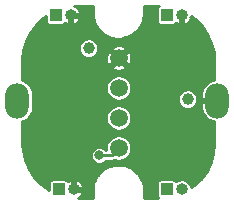
<source format=gbr>
G04 #@! TF.GenerationSoftware,KiCad,Pcbnew,5.1.8*
G04 #@! TF.CreationDate,2020-11-15T22:35:16+01:00*
G04 #@! TF.ProjectId,charging,63686172-6769-46e6-972e-6b696361645f,rev?*
G04 #@! TF.SameCoordinates,PX2fb84f0PY2fb84f0*
G04 #@! TF.FileFunction,Copper,L2,Bot*
G04 #@! TF.FilePolarity,Positive*
%FSLAX46Y46*%
G04 Gerber Fmt 4.6, Leading zero omitted, Abs format (unit mm)*
G04 Created by KiCad (PCBNEW 5.1.8) date 2020-11-15 22:35:16*
%MOMM*%
%LPD*%
G01*
G04 APERTURE LIST*
G04 #@! TA.AperFunction,ComponentPad*
%ADD10O,1.000000X1.000000*%
G04 #@! TD*
G04 #@! TA.AperFunction,ComponentPad*
%ADD11R,1.000000X1.000000*%
G04 #@! TD*
G04 #@! TA.AperFunction,ComponentPad*
%ADD12O,2.000000X3.000000*%
G04 #@! TD*
G04 #@! TA.AperFunction,ComponentPad*
%ADD13C,1.000000*%
G04 #@! TD*
G04 #@! TA.AperFunction,ComponentPad*
%ADD14C,1.500000*%
G04 #@! TD*
G04 #@! TA.AperFunction,ViaPad*
%ADD15C,0.800000*%
G04 #@! TD*
G04 #@! TA.AperFunction,Conductor*
%ADD16C,0.250000*%
G04 #@! TD*
G04 #@! TA.AperFunction,Conductor*
%ADD17C,0.254000*%
G04 #@! TD*
G04 #@! TA.AperFunction,Conductor*
%ADD18C,0.100000*%
G04 #@! TD*
G04 APERTURE END LIST*
D10*
X5334000Y-7366000D03*
D11*
X4064000Y-7366000D03*
D10*
X5334000Y7366000D03*
D11*
X4064000Y7366000D03*
D10*
X-4064000Y7366000D03*
D11*
X-5334000Y7366000D03*
D10*
X-3810000Y-7366000D03*
D11*
X-5080000Y-7366000D03*
D12*
X8323000Y127000D03*
X-8577000Y127000D03*
D13*
X-2540000Y4572000D03*
X5842000Y254000D03*
D14*
X0Y3720000D03*
X0Y1180000D03*
X0Y-1360000D03*
X0Y-3900000D03*
D15*
X1129405Y-367405D03*
X2032000Y-4318000D03*
X-1647882Y-4502474D03*
D16*
X0Y-3900000D02*
X-602474Y-4502474D01*
X-602474Y-4502474D02*
X-1647882Y-4502474D01*
D17*
X-2212220Y7419481D02*
X-2206765Y7364095D01*
X-2206406Y7362910D01*
X-2191674Y7222745D01*
X-2186639Y7198215D01*
X-2183145Y7173406D01*
X-2181870Y7168299D01*
X-2094415Y6828060D01*
X-2082726Y6795971D01*
X-2071474Y6763688D01*
X-2069234Y6758932D01*
X-2069232Y6758927D01*
X-2069231Y6758926D01*
X-1917355Y6442153D01*
X-1899646Y6412930D01*
X-1882348Y6383465D01*
X-1879224Y6379229D01*
X-1668713Y6097989D01*
X-1645674Y6072771D01*
X-1622973Y6047217D01*
X-1619085Y6043668D01*
X-1357957Y5808674D01*
X-1330465Y5788416D01*
X-1303226Y5767753D01*
X-1298723Y5765027D01*
X-996923Y5585227D01*
X-966003Y5570687D01*
X-935286Y5555716D01*
X-930339Y5553916D01*
X-599364Y5436161D01*
X-566217Y5427907D01*
X-533170Y5419185D01*
X-527968Y5418381D01*
X-180425Y5367155D01*
X-146336Y5365497D01*
X-112194Y5363358D01*
X-106935Y5363580D01*
X243940Y5380834D01*
X277731Y5385833D01*
X311610Y5390363D01*
X316726Y5391602D01*
X657568Y5476680D01*
X689760Y5488153D01*
X722096Y5499171D01*
X726875Y5501380D01*
X1044699Y5651040D01*
X1074023Y5668532D01*
X1103631Y5685637D01*
X1107889Y5688732D01*
X1390592Y5897275D01*
X1415963Y5920131D01*
X1441682Y5942659D01*
X1445257Y5946522D01*
X1682069Y6206003D01*
X1702514Y6233347D01*
X1723371Y6260446D01*
X1726128Y6264930D01*
X1908031Y6565467D01*
X1922769Y6596248D01*
X1937972Y6626896D01*
X1939805Y6631831D01*
X2059869Y6961975D01*
X2068362Y6995089D01*
X2077307Y7028049D01*
X2078147Y7033246D01*
X2127727Y7354079D01*
X2130765Y7364095D01*
X2136220Y7419481D01*
X2136220Y8161000D01*
X3422224Y8161000D01*
X3381450Y8139206D01*
X3331657Y8098343D01*
X3290794Y8048550D01*
X3260430Y7991743D01*
X3241732Y7930103D01*
X3235418Y7866000D01*
X3235418Y6866000D01*
X3241732Y6801897D01*
X3260430Y6740257D01*
X3290794Y6683450D01*
X3331657Y6633657D01*
X3381450Y6592794D01*
X3438257Y6562430D01*
X3499897Y6543732D01*
X3564000Y6537418D01*
X4564000Y6537418D01*
X4628103Y6543732D01*
X4689743Y6562430D01*
X4746550Y6592794D01*
X4796343Y6633657D01*
X4837206Y6683450D01*
X4846577Y6700981D01*
X4956409Y6630223D01*
X5080727Y6578738D01*
X5207000Y6631651D01*
X5207000Y7239000D01*
X5187000Y7239000D01*
X5187000Y7493000D01*
X5207000Y7493000D01*
X5207000Y7513000D01*
X5461000Y7513000D01*
X5461000Y7493000D01*
X5481000Y7493000D01*
X5481000Y7239000D01*
X5461000Y7239000D01*
X5461000Y6631651D01*
X5587273Y6578738D01*
X5711591Y6630223D01*
X5847879Y6718025D01*
X5964419Y6830729D01*
X6056732Y6964003D01*
X6121271Y7112725D01*
X6069450Y7238998D01*
X6161000Y7238998D01*
X6161000Y7266961D01*
X6481782Y7036456D01*
X7053578Y6446409D01*
X7511852Y5764425D01*
X7842114Y5012069D01*
X8034619Y4210228D01*
X8085000Y3524170D01*
X8085000Y1890667D01*
X7990928Y1911779D01*
X7932512Y1901589D01*
X7691355Y1800918D01*
X7474472Y1655134D01*
X7290197Y1469839D01*
X7145612Y1252154D01*
X7046274Y1010445D01*
X6996000Y754000D01*
X6996000Y254000D01*
X8085000Y254000D01*
X8085001Y0D01*
X6996000Y0D01*
X6996000Y-500000D01*
X7046274Y-756445D01*
X7145612Y-998154D01*
X7290197Y-1215839D01*
X7474472Y-1401134D01*
X7691355Y-1546918D01*
X7932512Y-1647589D01*
X7990928Y-1657779D01*
X8085001Y-1636667D01*
X8085001Y-3445194D01*
X8010462Y-4280396D01*
X7793651Y-5072923D01*
X7439920Y-5814536D01*
X6960456Y-6481782D01*
X6370406Y-7053581D01*
X6145164Y-7204937D01*
X6129218Y-7124773D01*
X6066877Y-6974269D01*
X5976372Y-6838819D01*
X5861181Y-6723628D01*
X5725731Y-6633123D01*
X5575227Y-6570782D01*
X5415452Y-6539000D01*
X5252548Y-6539000D01*
X5092773Y-6570782D01*
X4942269Y-6633123D01*
X4845033Y-6698094D01*
X4837206Y-6683450D01*
X4796343Y-6633657D01*
X4746550Y-6592794D01*
X4689743Y-6562430D01*
X4628103Y-6543732D01*
X4564000Y-6537418D01*
X3564000Y-6537418D01*
X3499897Y-6543732D01*
X3438257Y-6562430D01*
X3381450Y-6592794D01*
X3331657Y-6633657D01*
X3290794Y-6683450D01*
X3260430Y-6740257D01*
X3241732Y-6801897D01*
X3235418Y-6866000D01*
X3235418Y-7866000D01*
X3241732Y-7930103D01*
X3260430Y-7991743D01*
X3290794Y-8048550D01*
X3320707Y-8085000D01*
X2136220Y-8085000D01*
X2136220Y-7343481D01*
X2130765Y-7288095D01*
X2130404Y-7286905D01*
X2115673Y-7146746D01*
X2110638Y-7122217D01*
X2107144Y-7097406D01*
X2105869Y-7092299D01*
X2018414Y-6752060D01*
X2006717Y-6719949D01*
X1995473Y-6687689D01*
X1993233Y-6682932D01*
X1993231Y-6682927D01*
X1993229Y-6682923D01*
X1841354Y-6366154D01*
X1823658Y-6336952D01*
X1806347Y-6307465D01*
X1803222Y-6303228D01*
X1592711Y-6021989D01*
X1569676Y-5996776D01*
X1546972Y-5971218D01*
X1543084Y-5967669D01*
X1281956Y-5732674D01*
X1254452Y-5712408D01*
X1227226Y-5691754D01*
X1222723Y-5689028D01*
X920923Y-5509228D01*
X890018Y-5494695D01*
X859287Y-5479717D01*
X854343Y-5477920D01*
X854340Y-5477918D01*
X854337Y-5477917D01*
X523364Y-5360162D01*
X490210Y-5351905D01*
X457170Y-5343186D01*
X451968Y-5342382D01*
X104425Y-5291156D01*
X70336Y-5289498D01*
X36194Y-5287359D01*
X30935Y-5287581D01*
X-319940Y-5304835D01*
X-353731Y-5309834D01*
X-387610Y-5314364D01*
X-392726Y-5315603D01*
X-733567Y-5400681D01*
X-765769Y-5412157D01*
X-798095Y-5423172D01*
X-802870Y-5425379D01*
X-802878Y-5425383D01*
X-1120698Y-5575041D01*
X-1150019Y-5592530D01*
X-1179630Y-5609637D01*
X-1183889Y-5612732D01*
X-1466591Y-5821275D01*
X-1491962Y-5844131D01*
X-1517681Y-5866659D01*
X-1521257Y-5870522D01*
X-1758069Y-6130004D01*
X-1778514Y-6157348D01*
X-1799371Y-6184447D01*
X-1802128Y-6188931D01*
X-1984030Y-6489467D01*
X-1998775Y-6520263D01*
X-2013971Y-6550897D01*
X-2015805Y-6555831D01*
X-2135868Y-6885976D01*
X-2144356Y-6919074D01*
X-2153306Y-6952050D01*
X-2154146Y-6957247D01*
X-2203724Y-7278068D01*
X-2206766Y-7288096D01*
X-2212221Y-7343482D01*
X-2212220Y-8085000D01*
X-3406367Y-8085000D01*
X-3296121Y-8013975D01*
X-3179581Y-7901271D01*
X-3087268Y-7767997D01*
X-3022729Y-7619275D01*
X-3074551Y-7493000D01*
X-3683000Y-7493000D01*
X-3683000Y-7513000D01*
X-3937000Y-7513000D01*
X-3937000Y-7493000D01*
X-3957000Y-7493000D01*
X-3957000Y-7239000D01*
X-3937000Y-7239000D01*
X-3937000Y-6631651D01*
X-3683000Y-6631651D01*
X-3683000Y-7239000D01*
X-3074551Y-7239000D01*
X-3022729Y-7112725D01*
X-3087268Y-6964003D01*
X-3179581Y-6830729D01*
X-3296121Y-6718025D01*
X-3432409Y-6630223D01*
X-3556727Y-6578738D01*
X-3683000Y-6631651D01*
X-3937000Y-6631651D01*
X-4063273Y-6578738D01*
X-4187591Y-6630223D01*
X-4297423Y-6700981D01*
X-4306794Y-6683450D01*
X-4347657Y-6633657D01*
X-4397450Y-6592794D01*
X-4454257Y-6562430D01*
X-4515897Y-6543732D01*
X-4580000Y-6537418D01*
X-5580000Y-6537418D01*
X-5644103Y-6543732D01*
X-5705743Y-6562430D01*
X-5762550Y-6592794D01*
X-5812343Y-6633657D01*
X-5853206Y-6683450D01*
X-5883570Y-6740257D01*
X-5902268Y-6801897D01*
X-5908582Y-6866000D01*
X-5908582Y-7426952D01*
X-6557782Y-6960456D01*
X-7129581Y-6370406D01*
X-7587852Y-5688425D01*
X-7918113Y-4936071D01*
X-8039400Y-4430871D01*
X-2374882Y-4430871D01*
X-2374882Y-4574077D01*
X-2346944Y-4714532D01*
X-2292141Y-4846838D01*
X-2212580Y-4965910D01*
X-2111318Y-5067172D01*
X-1992246Y-5146733D01*
X-1859940Y-5201536D01*
X-1719485Y-5229474D01*
X-1576279Y-5229474D01*
X-1435824Y-5201536D01*
X-1303518Y-5146733D01*
X-1184446Y-5067172D01*
X-1083184Y-4965910D01*
X-1075543Y-4954474D01*
X-624679Y-4954474D01*
X-602474Y-4956661D01*
X-580269Y-4954474D01*
X-513867Y-4947934D01*
X-428664Y-4922088D01*
X-392921Y-4902983D01*
X-314149Y-4935611D01*
X-106075Y-4977000D01*
X106075Y-4977000D01*
X314149Y-4935611D01*
X510151Y-4854425D01*
X686547Y-4736560D01*
X836560Y-4586547D01*
X954425Y-4410151D01*
X1035611Y-4214149D01*
X1077000Y-4006075D01*
X1077000Y-3793925D01*
X1035611Y-3585851D01*
X954425Y-3389849D01*
X836560Y-3213453D01*
X686547Y-3063440D01*
X510151Y-2945575D01*
X314149Y-2864389D01*
X106075Y-2823000D01*
X-106075Y-2823000D01*
X-314149Y-2864389D01*
X-510151Y-2945575D01*
X-686547Y-3063440D01*
X-836560Y-3213453D01*
X-954425Y-3389849D01*
X-1035611Y-3585851D01*
X-1077000Y-3793925D01*
X-1077000Y-4006075D01*
X-1068168Y-4050474D01*
X-1075543Y-4050474D01*
X-1083184Y-4039038D01*
X-1184446Y-3937776D01*
X-1303518Y-3858215D01*
X-1435824Y-3803412D01*
X-1576279Y-3775474D01*
X-1719485Y-3775474D01*
X-1859940Y-3803412D01*
X-1992246Y-3858215D01*
X-2111318Y-3937776D01*
X-2212580Y-4039038D01*
X-2292141Y-4158110D01*
X-2346944Y-4290416D01*
X-2374882Y-4430871D01*
X-8039400Y-4430871D01*
X-8110619Y-4134227D01*
X-8161000Y-3448170D01*
X-8161000Y-1633518D01*
X-8066722Y-1604919D01*
X-7836192Y-1481698D01*
X-7634130Y-1315870D01*
X-7583294Y-1253925D01*
X-1077000Y-1253925D01*
X-1077000Y-1466075D01*
X-1035611Y-1674149D01*
X-954425Y-1870151D01*
X-836560Y-2046547D01*
X-686547Y-2196560D01*
X-510151Y-2314425D01*
X-314149Y-2395611D01*
X-106075Y-2437000D01*
X106075Y-2437000D01*
X314149Y-2395611D01*
X510151Y-2314425D01*
X686547Y-2196560D01*
X836560Y-2046547D01*
X954425Y-1870151D01*
X1035611Y-1674149D01*
X1077000Y-1466075D01*
X1077000Y-1253925D01*
X1035611Y-1045851D01*
X954425Y-849849D01*
X836560Y-673453D01*
X686547Y-523440D01*
X510151Y-405575D01*
X314149Y-324389D01*
X106075Y-283000D01*
X-106075Y-283000D01*
X-314149Y-324389D01*
X-510151Y-405575D01*
X-686547Y-523440D01*
X-836560Y-673453D01*
X-954425Y-849849D01*
X-1035611Y-1045851D01*
X-1077000Y-1253925D01*
X-7583294Y-1253925D01*
X-7468302Y-1113808D01*
X-7345081Y-883278D01*
X-7269201Y-633137D01*
X-7250000Y-438184D01*
X-7250000Y692184D01*
X-7269201Y887137D01*
X-7345081Y1137278D01*
X-7424614Y1286075D01*
X-1077000Y1286075D01*
X-1077000Y1073925D01*
X-1035611Y865851D01*
X-954425Y669849D01*
X-836560Y493453D01*
X-686547Y343440D01*
X-510151Y225575D01*
X-314149Y144389D01*
X-106075Y103000D01*
X106075Y103000D01*
X314149Y144389D01*
X510151Y225575D01*
X674592Y335452D01*
X5015000Y335452D01*
X5015000Y172548D01*
X5046782Y12773D01*
X5109123Y-137731D01*
X5199628Y-273181D01*
X5314819Y-388372D01*
X5450269Y-478877D01*
X5600773Y-541218D01*
X5760548Y-573000D01*
X5923452Y-573000D01*
X6083227Y-541218D01*
X6233731Y-478877D01*
X6369181Y-388372D01*
X6484372Y-273181D01*
X6574877Y-137731D01*
X6637218Y12773D01*
X6669000Y172548D01*
X6669000Y335452D01*
X6637218Y495227D01*
X6574877Y645731D01*
X6484372Y781181D01*
X6369181Y896372D01*
X6233731Y986877D01*
X6083227Y1049218D01*
X5923452Y1081000D01*
X5760548Y1081000D01*
X5600773Y1049218D01*
X5450269Y986877D01*
X5314819Y896372D01*
X5199628Y781181D01*
X5109123Y645731D01*
X5046782Y495227D01*
X5015000Y335452D01*
X674592Y335452D01*
X686547Y343440D01*
X836560Y493453D01*
X954425Y669849D01*
X1035611Y865851D01*
X1077000Y1073925D01*
X1077000Y1286075D01*
X1035611Y1494149D01*
X954425Y1690151D01*
X836560Y1866547D01*
X686547Y2016560D01*
X510151Y2134425D01*
X314149Y2215611D01*
X106075Y2257000D01*
X-106075Y2257000D01*
X-314149Y2215611D01*
X-510151Y2134425D01*
X-686547Y2016560D01*
X-836560Y1866547D01*
X-954425Y1690151D01*
X-1035611Y1494149D01*
X-1077000Y1286075D01*
X-7424614Y1286075D01*
X-7468302Y1367808D01*
X-7634130Y1569870D01*
X-7836193Y1735698D01*
X-8066723Y1858919D01*
X-8161000Y1887518D01*
X-8161000Y2928488D01*
X-611907Y2928488D01*
X-528967Y2775874D01*
X-334613Y2690819D01*
X-127400Y2645314D01*
X84709Y2641109D01*
X293562Y2678366D01*
X491134Y2755652D01*
X528967Y2775874D01*
X611907Y2928488D01*
X0Y3540395D01*
X-611907Y2928488D01*
X-8161000Y2928488D01*
X-8161000Y3521216D01*
X-8150820Y3635291D01*
X-1078891Y3635291D01*
X-1041634Y3426438D01*
X-964348Y3228866D01*
X-944126Y3191033D01*
X-791512Y3108093D01*
X-179605Y3720000D01*
X179605Y3720000D01*
X791512Y3108093D01*
X944126Y3191033D01*
X1029181Y3385387D01*
X1074686Y3592600D01*
X1078891Y3804709D01*
X1041634Y4013562D01*
X964348Y4211134D01*
X944126Y4248967D01*
X791512Y4331907D01*
X179605Y3720000D01*
X-179605Y3720000D01*
X-791512Y4331907D01*
X-944126Y4248967D01*
X-1029181Y4054613D01*
X-1074686Y3847400D01*
X-1078891Y3635291D01*
X-8150820Y3635291D01*
X-8086462Y4356396D01*
X-8005197Y4653452D01*
X-3367000Y4653452D01*
X-3367000Y4490548D01*
X-3335218Y4330773D01*
X-3272877Y4180269D01*
X-3182372Y4044819D01*
X-3067181Y3929628D01*
X-2931731Y3839123D01*
X-2781227Y3776782D01*
X-2621452Y3745000D01*
X-2458548Y3745000D01*
X-2298773Y3776782D01*
X-2148269Y3839123D01*
X-2012819Y3929628D01*
X-1897628Y4044819D01*
X-1807123Y4180269D01*
X-1744782Y4330773D01*
X-1713000Y4490548D01*
X-1713000Y4511512D01*
X-611907Y4511512D01*
X0Y3899605D01*
X611907Y4511512D01*
X528967Y4664126D01*
X334613Y4749181D01*
X127400Y4794686D01*
X-84709Y4798891D01*
X-293562Y4761634D01*
X-491134Y4684348D01*
X-528967Y4664126D01*
X-611907Y4511512D01*
X-1713000Y4511512D01*
X-1713000Y4653452D01*
X-1744782Y4813227D01*
X-1807123Y4963731D01*
X-1897628Y5099181D01*
X-2012819Y5214372D01*
X-2148269Y5304877D01*
X-2298773Y5367218D01*
X-2458548Y5399000D01*
X-2621452Y5399000D01*
X-2781227Y5367218D01*
X-2931731Y5304877D01*
X-3067181Y5214372D01*
X-3182372Y5099181D01*
X-3272877Y4963731D01*
X-3335218Y4813227D01*
X-3367000Y4653452D01*
X-8005197Y4653452D01*
X-7869651Y5148924D01*
X-7515918Y5890540D01*
X-7036456Y6557782D01*
X-6446409Y7129578D01*
X-6162582Y7320302D01*
X-6162582Y6866000D01*
X-6156268Y6801897D01*
X-6137570Y6740257D01*
X-6107206Y6683450D01*
X-6066343Y6633657D01*
X-6016550Y6592794D01*
X-5959743Y6562430D01*
X-5898103Y6543732D01*
X-5834000Y6537418D01*
X-4834000Y6537418D01*
X-4769897Y6543732D01*
X-4708257Y6562430D01*
X-4651450Y6592794D01*
X-4601657Y6633657D01*
X-4560794Y6683450D01*
X-4551423Y6700981D01*
X-4441591Y6630223D01*
X-4317273Y6578738D01*
X-4191000Y6631651D01*
X-4191000Y7239000D01*
X-3937000Y7239000D01*
X-3937000Y6631651D01*
X-3810727Y6578738D01*
X-3686409Y6630223D01*
X-3550121Y6718025D01*
X-3433581Y6830729D01*
X-3341268Y6964003D01*
X-3276729Y7112725D01*
X-3328551Y7239000D01*
X-3937000Y7239000D01*
X-4191000Y7239000D01*
X-4211000Y7239000D01*
X-4211000Y7493000D01*
X-4191000Y7493000D01*
X-4191000Y7513000D01*
X-3937000Y7513000D01*
X-3937000Y7493000D01*
X-3328551Y7493000D01*
X-3276729Y7619275D01*
X-3341268Y7767997D01*
X-3433581Y7901271D01*
X-3550121Y8013975D01*
X-3686409Y8101777D01*
X-3783438Y8141961D01*
X-3524170Y8161000D01*
X-2212221Y8161000D01*
X-2212220Y7419481D01*
G04 #@! TA.AperFunction,Conductor*
D18*
G36*
X-2212220Y7419481D02*
G01*
X-2206765Y7364095D01*
X-2206406Y7362910D01*
X-2191674Y7222745D01*
X-2186639Y7198215D01*
X-2183145Y7173406D01*
X-2181870Y7168299D01*
X-2094415Y6828060D01*
X-2082726Y6795971D01*
X-2071474Y6763688D01*
X-2069234Y6758932D01*
X-2069232Y6758927D01*
X-2069231Y6758926D01*
X-1917355Y6442153D01*
X-1899646Y6412930D01*
X-1882348Y6383465D01*
X-1879224Y6379229D01*
X-1668713Y6097989D01*
X-1645674Y6072771D01*
X-1622973Y6047217D01*
X-1619085Y6043668D01*
X-1357957Y5808674D01*
X-1330465Y5788416D01*
X-1303226Y5767753D01*
X-1298723Y5765027D01*
X-996923Y5585227D01*
X-966003Y5570687D01*
X-935286Y5555716D01*
X-930339Y5553916D01*
X-599364Y5436161D01*
X-566217Y5427907D01*
X-533170Y5419185D01*
X-527968Y5418381D01*
X-180425Y5367155D01*
X-146336Y5365497D01*
X-112194Y5363358D01*
X-106935Y5363580D01*
X243940Y5380834D01*
X277731Y5385833D01*
X311610Y5390363D01*
X316726Y5391602D01*
X657568Y5476680D01*
X689760Y5488153D01*
X722096Y5499171D01*
X726875Y5501380D01*
X1044699Y5651040D01*
X1074023Y5668532D01*
X1103631Y5685637D01*
X1107889Y5688732D01*
X1390592Y5897275D01*
X1415963Y5920131D01*
X1441682Y5942659D01*
X1445257Y5946522D01*
X1682069Y6206003D01*
X1702514Y6233347D01*
X1723371Y6260446D01*
X1726128Y6264930D01*
X1908031Y6565467D01*
X1922769Y6596248D01*
X1937972Y6626896D01*
X1939805Y6631831D01*
X2059869Y6961975D01*
X2068362Y6995089D01*
X2077307Y7028049D01*
X2078147Y7033246D01*
X2127727Y7354079D01*
X2130765Y7364095D01*
X2136220Y7419481D01*
X2136220Y8161000D01*
X3422224Y8161000D01*
X3381450Y8139206D01*
X3331657Y8098343D01*
X3290794Y8048550D01*
X3260430Y7991743D01*
X3241732Y7930103D01*
X3235418Y7866000D01*
X3235418Y6866000D01*
X3241732Y6801897D01*
X3260430Y6740257D01*
X3290794Y6683450D01*
X3331657Y6633657D01*
X3381450Y6592794D01*
X3438257Y6562430D01*
X3499897Y6543732D01*
X3564000Y6537418D01*
X4564000Y6537418D01*
X4628103Y6543732D01*
X4689743Y6562430D01*
X4746550Y6592794D01*
X4796343Y6633657D01*
X4837206Y6683450D01*
X4846577Y6700981D01*
X4956409Y6630223D01*
X5080727Y6578738D01*
X5207000Y6631651D01*
X5207000Y7239000D01*
X5187000Y7239000D01*
X5187000Y7493000D01*
X5207000Y7493000D01*
X5207000Y7513000D01*
X5461000Y7513000D01*
X5461000Y7493000D01*
X5481000Y7493000D01*
X5481000Y7239000D01*
X5461000Y7239000D01*
X5461000Y6631651D01*
X5587273Y6578738D01*
X5711591Y6630223D01*
X5847879Y6718025D01*
X5964419Y6830729D01*
X6056732Y6964003D01*
X6121271Y7112725D01*
X6069450Y7238998D01*
X6161000Y7238998D01*
X6161000Y7266961D01*
X6481782Y7036456D01*
X7053578Y6446409D01*
X7511852Y5764425D01*
X7842114Y5012069D01*
X8034619Y4210228D01*
X8085000Y3524170D01*
X8085000Y1890667D01*
X7990928Y1911779D01*
X7932512Y1901589D01*
X7691355Y1800918D01*
X7474472Y1655134D01*
X7290197Y1469839D01*
X7145612Y1252154D01*
X7046274Y1010445D01*
X6996000Y754000D01*
X6996000Y254000D01*
X8085000Y254000D01*
X8085001Y0D01*
X6996000Y0D01*
X6996000Y-500000D01*
X7046274Y-756445D01*
X7145612Y-998154D01*
X7290197Y-1215839D01*
X7474472Y-1401134D01*
X7691355Y-1546918D01*
X7932512Y-1647589D01*
X7990928Y-1657779D01*
X8085001Y-1636667D01*
X8085001Y-3445194D01*
X8010462Y-4280396D01*
X7793651Y-5072923D01*
X7439920Y-5814536D01*
X6960456Y-6481782D01*
X6370406Y-7053581D01*
X6145164Y-7204937D01*
X6129218Y-7124773D01*
X6066877Y-6974269D01*
X5976372Y-6838819D01*
X5861181Y-6723628D01*
X5725731Y-6633123D01*
X5575227Y-6570782D01*
X5415452Y-6539000D01*
X5252548Y-6539000D01*
X5092773Y-6570782D01*
X4942269Y-6633123D01*
X4845033Y-6698094D01*
X4837206Y-6683450D01*
X4796343Y-6633657D01*
X4746550Y-6592794D01*
X4689743Y-6562430D01*
X4628103Y-6543732D01*
X4564000Y-6537418D01*
X3564000Y-6537418D01*
X3499897Y-6543732D01*
X3438257Y-6562430D01*
X3381450Y-6592794D01*
X3331657Y-6633657D01*
X3290794Y-6683450D01*
X3260430Y-6740257D01*
X3241732Y-6801897D01*
X3235418Y-6866000D01*
X3235418Y-7866000D01*
X3241732Y-7930103D01*
X3260430Y-7991743D01*
X3290794Y-8048550D01*
X3320707Y-8085000D01*
X2136220Y-8085000D01*
X2136220Y-7343481D01*
X2130765Y-7288095D01*
X2130404Y-7286905D01*
X2115673Y-7146746D01*
X2110638Y-7122217D01*
X2107144Y-7097406D01*
X2105869Y-7092299D01*
X2018414Y-6752060D01*
X2006717Y-6719949D01*
X1995473Y-6687689D01*
X1993233Y-6682932D01*
X1993231Y-6682927D01*
X1993229Y-6682923D01*
X1841354Y-6366154D01*
X1823658Y-6336952D01*
X1806347Y-6307465D01*
X1803222Y-6303228D01*
X1592711Y-6021989D01*
X1569676Y-5996776D01*
X1546972Y-5971218D01*
X1543084Y-5967669D01*
X1281956Y-5732674D01*
X1254452Y-5712408D01*
X1227226Y-5691754D01*
X1222723Y-5689028D01*
X920923Y-5509228D01*
X890018Y-5494695D01*
X859287Y-5479717D01*
X854343Y-5477920D01*
X854340Y-5477918D01*
X854337Y-5477917D01*
X523364Y-5360162D01*
X490210Y-5351905D01*
X457170Y-5343186D01*
X451968Y-5342382D01*
X104425Y-5291156D01*
X70336Y-5289498D01*
X36194Y-5287359D01*
X30935Y-5287581D01*
X-319940Y-5304835D01*
X-353731Y-5309834D01*
X-387610Y-5314364D01*
X-392726Y-5315603D01*
X-733567Y-5400681D01*
X-765769Y-5412157D01*
X-798095Y-5423172D01*
X-802870Y-5425379D01*
X-802878Y-5425383D01*
X-1120698Y-5575041D01*
X-1150019Y-5592530D01*
X-1179630Y-5609637D01*
X-1183889Y-5612732D01*
X-1466591Y-5821275D01*
X-1491962Y-5844131D01*
X-1517681Y-5866659D01*
X-1521257Y-5870522D01*
X-1758069Y-6130004D01*
X-1778514Y-6157348D01*
X-1799371Y-6184447D01*
X-1802128Y-6188931D01*
X-1984030Y-6489467D01*
X-1998775Y-6520263D01*
X-2013971Y-6550897D01*
X-2015805Y-6555831D01*
X-2135868Y-6885976D01*
X-2144356Y-6919074D01*
X-2153306Y-6952050D01*
X-2154146Y-6957247D01*
X-2203724Y-7278068D01*
X-2206766Y-7288096D01*
X-2212221Y-7343482D01*
X-2212220Y-8085000D01*
X-3406367Y-8085000D01*
X-3296121Y-8013975D01*
X-3179581Y-7901271D01*
X-3087268Y-7767997D01*
X-3022729Y-7619275D01*
X-3074551Y-7493000D01*
X-3683000Y-7493000D01*
X-3683000Y-7513000D01*
X-3937000Y-7513000D01*
X-3937000Y-7493000D01*
X-3957000Y-7493000D01*
X-3957000Y-7239000D01*
X-3937000Y-7239000D01*
X-3937000Y-6631651D01*
X-3683000Y-6631651D01*
X-3683000Y-7239000D01*
X-3074551Y-7239000D01*
X-3022729Y-7112725D01*
X-3087268Y-6964003D01*
X-3179581Y-6830729D01*
X-3296121Y-6718025D01*
X-3432409Y-6630223D01*
X-3556727Y-6578738D01*
X-3683000Y-6631651D01*
X-3937000Y-6631651D01*
X-4063273Y-6578738D01*
X-4187591Y-6630223D01*
X-4297423Y-6700981D01*
X-4306794Y-6683450D01*
X-4347657Y-6633657D01*
X-4397450Y-6592794D01*
X-4454257Y-6562430D01*
X-4515897Y-6543732D01*
X-4580000Y-6537418D01*
X-5580000Y-6537418D01*
X-5644103Y-6543732D01*
X-5705743Y-6562430D01*
X-5762550Y-6592794D01*
X-5812343Y-6633657D01*
X-5853206Y-6683450D01*
X-5883570Y-6740257D01*
X-5902268Y-6801897D01*
X-5908582Y-6866000D01*
X-5908582Y-7426952D01*
X-6557782Y-6960456D01*
X-7129581Y-6370406D01*
X-7587852Y-5688425D01*
X-7918113Y-4936071D01*
X-8039400Y-4430871D01*
X-2374882Y-4430871D01*
X-2374882Y-4574077D01*
X-2346944Y-4714532D01*
X-2292141Y-4846838D01*
X-2212580Y-4965910D01*
X-2111318Y-5067172D01*
X-1992246Y-5146733D01*
X-1859940Y-5201536D01*
X-1719485Y-5229474D01*
X-1576279Y-5229474D01*
X-1435824Y-5201536D01*
X-1303518Y-5146733D01*
X-1184446Y-5067172D01*
X-1083184Y-4965910D01*
X-1075543Y-4954474D01*
X-624679Y-4954474D01*
X-602474Y-4956661D01*
X-580269Y-4954474D01*
X-513867Y-4947934D01*
X-428664Y-4922088D01*
X-392921Y-4902983D01*
X-314149Y-4935611D01*
X-106075Y-4977000D01*
X106075Y-4977000D01*
X314149Y-4935611D01*
X510151Y-4854425D01*
X686547Y-4736560D01*
X836560Y-4586547D01*
X954425Y-4410151D01*
X1035611Y-4214149D01*
X1077000Y-4006075D01*
X1077000Y-3793925D01*
X1035611Y-3585851D01*
X954425Y-3389849D01*
X836560Y-3213453D01*
X686547Y-3063440D01*
X510151Y-2945575D01*
X314149Y-2864389D01*
X106075Y-2823000D01*
X-106075Y-2823000D01*
X-314149Y-2864389D01*
X-510151Y-2945575D01*
X-686547Y-3063440D01*
X-836560Y-3213453D01*
X-954425Y-3389849D01*
X-1035611Y-3585851D01*
X-1077000Y-3793925D01*
X-1077000Y-4006075D01*
X-1068168Y-4050474D01*
X-1075543Y-4050474D01*
X-1083184Y-4039038D01*
X-1184446Y-3937776D01*
X-1303518Y-3858215D01*
X-1435824Y-3803412D01*
X-1576279Y-3775474D01*
X-1719485Y-3775474D01*
X-1859940Y-3803412D01*
X-1992246Y-3858215D01*
X-2111318Y-3937776D01*
X-2212580Y-4039038D01*
X-2292141Y-4158110D01*
X-2346944Y-4290416D01*
X-2374882Y-4430871D01*
X-8039400Y-4430871D01*
X-8110619Y-4134227D01*
X-8161000Y-3448170D01*
X-8161000Y-1633518D01*
X-8066722Y-1604919D01*
X-7836192Y-1481698D01*
X-7634130Y-1315870D01*
X-7583294Y-1253925D01*
X-1077000Y-1253925D01*
X-1077000Y-1466075D01*
X-1035611Y-1674149D01*
X-954425Y-1870151D01*
X-836560Y-2046547D01*
X-686547Y-2196560D01*
X-510151Y-2314425D01*
X-314149Y-2395611D01*
X-106075Y-2437000D01*
X106075Y-2437000D01*
X314149Y-2395611D01*
X510151Y-2314425D01*
X686547Y-2196560D01*
X836560Y-2046547D01*
X954425Y-1870151D01*
X1035611Y-1674149D01*
X1077000Y-1466075D01*
X1077000Y-1253925D01*
X1035611Y-1045851D01*
X954425Y-849849D01*
X836560Y-673453D01*
X686547Y-523440D01*
X510151Y-405575D01*
X314149Y-324389D01*
X106075Y-283000D01*
X-106075Y-283000D01*
X-314149Y-324389D01*
X-510151Y-405575D01*
X-686547Y-523440D01*
X-836560Y-673453D01*
X-954425Y-849849D01*
X-1035611Y-1045851D01*
X-1077000Y-1253925D01*
X-7583294Y-1253925D01*
X-7468302Y-1113808D01*
X-7345081Y-883278D01*
X-7269201Y-633137D01*
X-7250000Y-438184D01*
X-7250000Y692184D01*
X-7269201Y887137D01*
X-7345081Y1137278D01*
X-7424614Y1286075D01*
X-1077000Y1286075D01*
X-1077000Y1073925D01*
X-1035611Y865851D01*
X-954425Y669849D01*
X-836560Y493453D01*
X-686547Y343440D01*
X-510151Y225575D01*
X-314149Y144389D01*
X-106075Y103000D01*
X106075Y103000D01*
X314149Y144389D01*
X510151Y225575D01*
X674592Y335452D01*
X5015000Y335452D01*
X5015000Y172548D01*
X5046782Y12773D01*
X5109123Y-137731D01*
X5199628Y-273181D01*
X5314819Y-388372D01*
X5450269Y-478877D01*
X5600773Y-541218D01*
X5760548Y-573000D01*
X5923452Y-573000D01*
X6083227Y-541218D01*
X6233731Y-478877D01*
X6369181Y-388372D01*
X6484372Y-273181D01*
X6574877Y-137731D01*
X6637218Y12773D01*
X6669000Y172548D01*
X6669000Y335452D01*
X6637218Y495227D01*
X6574877Y645731D01*
X6484372Y781181D01*
X6369181Y896372D01*
X6233731Y986877D01*
X6083227Y1049218D01*
X5923452Y1081000D01*
X5760548Y1081000D01*
X5600773Y1049218D01*
X5450269Y986877D01*
X5314819Y896372D01*
X5199628Y781181D01*
X5109123Y645731D01*
X5046782Y495227D01*
X5015000Y335452D01*
X674592Y335452D01*
X686547Y343440D01*
X836560Y493453D01*
X954425Y669849D01*
X1035611Y865851D01*
X1077000Y1073925D01*
X1077000Y1286075D01*
X1035611Y1494149D01*
X954425Y1690151D01*
X836560Y1866547D01*
X686547Y2016560D01*
X510151Y2134425D01*
X314149Y2215611D01*
X106075Y2257000D01*
X-106075Y2257000D01*
X-314149Y2215611D01*
X-510151Y2134425D01*
X-686547Y2016560D01*
X-836560Y1866547D01*
X-954425Y1690151D01*
X-1035611Y1494149D01*
X-1077000Y1286075D01*
X-7424614Y1286075D01*
X-7468302Y1367808D01*
X-7634130Y1569870D01*
X-7836193Y1735698D01*
X-8066723Y1858919D01*
X-8161000Y1887518D01*
X-8161000Y2928488D01*
X-611907Y2928488D01*
X-528967Y2775874D01*
X-334613Y2690819D01*
X-127400Y2645314D01*
X84709Y2641109D01*
X293562Y2678366D01*
X491134Y2755652D01*
X528967Y2775874D01*
X611907Y2928488D01*
X0Y3540395D01*
X-611907Y2928488D01*
X-8161000Y2928488D01*
X-8161000Y3521216D01*
X-8150820Y3635291D01*
X-1078891Y3635291D01*
X-1041634Y3426438D01*
X-964348Y3228866D01*
X-944126Y3191033D01*
X-791512Y3108093D01*
X-179605Y3720000D01*
X179605Y3720000D01*
X791512Y3108093D01*
X944126Y3191033D01*
X1029181Y3385387D01*
X1074686Y3592600D01*
X1078891Y3804709D01*
X1041634Y4013562D01*
X964348Y4211134D01*
X944126Y4248967D01*
X791512Y4331907D01*
X179605Y3720000D01*
X-179605Y3720000D01*
X-791512Y4331907D01*
X-944126Y4248967D01*
X-1029181Y4054613D01*
X-1074686Y3847400D01*
X-1078891Y3635291D01*
X-8150820Y3635291D01*
X-8086462Y4356396D01*
X-8005197Y4653452D01*
X-3367000Y4653452D01*
X-3367000Y4490548D01*
X-3335218Y4330773D01*
X-3272877Y4180269D01*
X-3182372Y4044819D01*
X-3067181Y3929628D01*
X-2931731Y3839123D01*
X-2781227Y3776782D01*
X-2621452Y3745000D01*
X-2458548Y3745000D01*
X-2298773Y3776782D01*
X-2148269Y3839123D01*
X-2012819Y3929628D01*
X-1897628Y4044819D01*
X-1807123Y4180269D01*
X-1744782Y4330773D01*
X-1713000Y4490548D01*
X-1713000Y4511512D01*
X-611907Y4511512D01*
X0Y3899605D01*
X611907Y4511512D01*
X528967Y4664126D01*
X334613Y4749181D01*
X127400Y4794686D01*
X-84709Y4798891D01*
X-293562Y4761634D01*
X-491134Y4684348D01*
X-528967Y4664126D01*
X-611907Y4511512D01*
X-1713000Y4511512D01*
X-1713000Y4653452D01*
X-1744782Y4813227D01*
X-1807123Y4963731D01*
X-1897628Y5099181D01*
X-2012819Y5214372D01*
X-2148269Y5304877D01*
X-2298773Y5367218D01*
X-2458548Y5399000D01*
X-2621452Y5399000D01*
X-2781227Y5367218D01*
X-2931731Y5304877D01*
X-3067181Y5214372D01*
X-3182372Y5099181D01*
X-3272877Y4963731D01*
X-3335218Y4813227D01*
X-3367000Y4653452D01*
X-8005197Y4653452D01*
X-7869651Y5148924D01*
X-7515918Y5890540D01*
X-7036456Y6557782D01*
X-6446409Y7129578D01*
X-6162582Y7320302D01*
X-6162582Y6866000D01*
X-6156268Y6801897D01*
X-6137570Y6740257D01*
X-6107206Y6683450D01*
X-6066343Y6633657D01*
X-6016550Y6592794D01*
X-5959743Y6562430D01*
X-5898103Y6543732D01*
X-5834000Y6537418D01*
X-4834000Y6537418D01*
X-4769897Y6543732D01*
X-4708257Y6562430D01*
X-4651450Y6592794D01*
X-4601657Y6633657D01*
X-4560794Y6683450D01*
X-4551423Y6700981D01*
X-4441591Y6630223D01*
X-4317273Y6578738D01*
X-4191000Y6631651D01*
X-4191000Y7239000D01*
X-3937000Y7239000D01*
X-3937000Y6631651D01*
X-3810727Y6578738D01*
X-3686409Y6630223D01*
X-3550121Y6718025D01*
X-3433581Y6830729D01*
X-3341268Y6964003D01*
X-3276729Y7112725D01*
X-3328551Y7239000D01*
X-3937000Y7239000D01*
X-4191000Y7239000D01*
X-4211000Y7239000D01*
X-4211000Y7493000D01*
X-4191000Y7493000D01*
X-4191000Y7513000D01*
X-3937000Y7513000D01*
X-3937000Y7493000D01*
X-3328551Y7493000D01*
X-3276729Y7619275D01*
X-3341268Y7767997D01*
X-3433581Y7901271D01*
X-3550121Y8013975D01*
X-3686409Y8101777D01*
X-3783438Y8141961D01*
X-3524170Y8161000D01*
X-2212221Y8161000D01*
X-2212220Y7419481D01*
G37*
G04 #@! TD.AperFunction*
M02*

</source>
